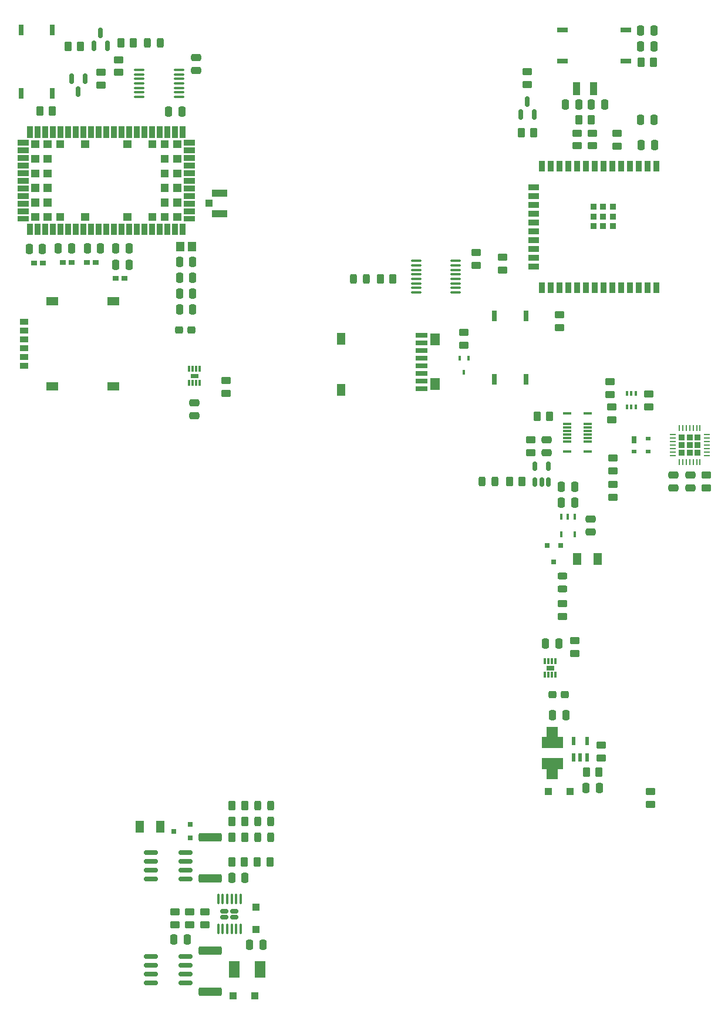
<source format=gbr>
%TF.GenerationSoftware,KiCad,Pcbnew,(6.0.11-0)*%
%TF.CreationDate,2023-04-19T14:38:12+10:00*%
%TF.ProjectId,enviro-node,656e7669-726f-42d6-9e6f-64652e6b6963,rev?*%
%TF.SameCoordinates,Original*%
%TF.FileFunction,Paste,Top*%
%TF.FilePolarity,Positive*%
%FSLAX46Y46*%
G04 Gerber Fmt 4.6, Leading zero omitted, Abs format (unit mm)*
G04 Created by KiCad (PCBNEW (6.0.11-0)) date 2023-04-19 14:38:12*
%MOMM*%
%LPD*%
G01*
G04 APERTURE LIST*
G04 Aperture macros list*
%AMRoundRect*
0 Rectangle with rounded corners*
0 $1 Rounding radius*
0 $2 $3 $4 $5 $6 $7 $8 $9 X,Y pos of 4 corners*
0 Add a 4 corners polygon primitive as box body*
4,1,4,$2,$3,$4,$5,$6,$7,$8,$9,$2,$3,0*
0 Add four circle primitives for the rounded corners*
1,1,$1+$1,$2,$3*
1,1,$1+$1,$4,$5*
1,1,$1+$1,$6,$7*
1,1,$1+$1,$8,$9*
0 Add four rect primitives between the rounded corners*
20,1,$1+$1,$2,$3,$4,$5,0*
20,1,$1+$1,$4,$5,$6,$7,0*
20,1,$1+$1,$6,$7,$8,$9,0*
20,1,$1+$1,$8,$9,$2,$3,0*%
G04 Aperture macros list end*
%ADD10C,0.010000*%
%ADD11R,1.050000X1.000000*%
%ADD12R,2.200000X1.050000*%
%ADD13R,0.901700X0.711200*%
%ADD14RoundRect,0.250000X-0.450000X0.262500X-0.450000X-0.262500X0.450000X-0.262500X0.450000X0.262500X0*%
%ADD15RoundRect,0.250000X-0.250000X-0.475000X0.250000X-0.475000X0.250000X0.475000X-0.250000X0.475000X0*%
%ADD16RoundRect,0.250000X-0.262500X-0.450000X0.262500X-0.450000X0.262500X0.450000X-0.262500X0.450000X0*%
%ADD17RoundRect,0.250000X0.262500X0.450000X-0.262500X0.450000X-0.262500X-0.450000X0.262500X-0.450000X0*%
%ADD18RoundRect,0.100000X-0.637500X-0.100000X0.637500X-0.100000X0.637500X0.100000X-0.637500X0.100000X0*%
%ADD19RoundRect,0.150000X-0.825000X-0.150000X0.825000X-0.150000X0.825000X0.150000X-0.825000X0.150000X0*%
%ADD20R,0.450000X0.700000*%
%ADD21RoundRect,0.250000X0.475000X-0.250000X0.475000X0.250000X-0.475000X0.250000X-0.475000X-0.250000X0*%
%ADD22RoundRect,0.250000X0.250000X0.475000X-0.250000X0.475000X-0.250000X-0.475000X0.250000X-0.475000X0*%
%ADD23R,1.090000X1.080000*%
%ADD24RoundRect,0.250000X0.450000X-0.262500X0.450000X0.262500X-0.450000X0.262500X-0.450000X-0.262500X0*%
%ADD25R,0.900000X1.500000*%
%ADD26R,1.500000X0.900000*%
%ADD27R,0.900000X0.900000*%
%ADD28R,0.800000X0.800000*%
%ADD29R,1.170000X1.800000*%
%ADD30R,1.800000X0.800000*%
%ADD31R,1.200000X1.800000*%
%ADD32R,1.400000X1.800000*%
%ADD33RoundRect,0.250000X-0.312500X-0.275000X0.312500X-0.275000X0.312500X0.275000X-0.312500X0.275000X0*%
%ADD34R,1.200000X0.900000*%
%ADD35R,1.800000X1.300000*%
%ADD36RoundRect,0.243750X-0.456250X0.243750X-0.456250X-0.243750X0.456250X-0.243750X0.456250X0.243750X0*%
%ADD37RoundRect,0.250000X-1.425000X0.362500X-1.425000X-0.362500X1.425000X-0.362500X1.425000X0.362500X0*%
%ADD38RoundRect,0.243750X-0.243750X-0.456250X0.243750X-0.456250X0.243750X0.456250X-0.243750X0.456250X0*%
%ADD39RoundRect,0.243750X0.243750X0.456250X-0.243750X0.456250X-0.243750X-0.456250X0.243750X-0.456250X0*%
%ADD40RoundRect,0.167500X-0.407500X0.167500X-0.407500X-0.167500X0.407500X-0.167500X0.407500X0.167500X0*%
%ADD41RoundRect,0.100000X-0.100000X0.625000X-0.100000X-0.625000X0.100000X-0.625000X0.100000X0.625000X0*%
%ADD42RoundRect,0.250000X0.312500X0.275000X-0.312500X0.275000X-0.312500X-0.275000X0.312500X-0.275000X0*%
%ADD43R,1.150000X0.300000*%
%ADD44RoundRect,0.150000X0.150000X-0.587500X0.150000X0.587500X-0.150000X0.587500X-0.150000X-0.587500X0*%
%ADD45RoundRect,0.150000X0.150000X-0.512500X0.150000X0.512500X-0.150000X0.512500X-0.150000X-0.512500X0*%
%ADD46R,0.771200X1.538199*%
%ADD47RoundRect,0.041300X0.253700X-0.578700X0.253700X0.578700X-0.253700X0.578700X-0.253700X-0.578700X0*%
%ADD48R,1.092200X1.905000*%
%ADD49RoundRect,0.011200X-0.128800X0.358800X-0.128800X-0.358800X0.128800X-0.358800X0.128800X0.358800X0*%
%ADD50R,0.400000X0.650000*%
%ADD51R,1.200000X1.470000*%
%ADD52R,1.080000X1.090000*%
%ADD53R,0.431800X0.927100*%
%ADD54R,0.700000X1.000000*%
%ADD55R,0.700000X0.600000*%
%ADD56R,1.538199X0.771200*%
%ADD57R,1.500000X2.400000*%
%ADD58RoundRect,0.225000X-0.225000X-0.225000X0.225000X-0.225000X0.225000X0.225000X-0.225000X0.225000X0*%
%ADD59RoundRect,0.062500X-0.337500X-0.062500X0.337500X-0.062500X0.337500X0.062500X-0.337500X0.062500X0*%
%ADD60RoundRect,0.062500X-0.062500X-0.337500X0.062500X-0.337500X0.062500X0.337500X-0.062500X0.337500X0*%
%ADD61RoundRect,0.150000X-0.150000X0.587500X-0.150000X-0.587500X0.150000X-0.587500X0.150000X0.587500X0*%
%ADD62RoundRect,0.011200X0.128800X-0.358800X0.128800X0.358800X-0.128800X0.358800X-0.128800X-0.358800X0*%
G04 APERTURE END LIST*
%TO.C,U12*%
G36*
X47183556Y-57606110D02*
G01*
X46433556Y-57606110D01*
X46433556Y-56056110D01*
X47183556Y-56056110D01*
X47183556Y-57606110D01*
G37*
D10*
X47183556Y-57606110D02*
X46433556Y-57606110D01*
X46433556Y-56056110D01*
X47183556Y-56056110D01*
X47183556Y-57606110D01*
G36*
X38883556Y-46906110D02*
G01*
X37333556Y-46906110D01*
X37333556Y-46156110D01*
X38883556Y-46156110D01*
X38883556Y-46906110D01*
G37*
X38883556Y-46906110D02*
X37333556Y-46906110D01*
X37333556Y-46156110D01*
X38883556Y-46156110D01*
X38883556Y-46906110D01*
G36*
X38883556Y-44706110D02*
G01*
X37333556Y-44706110D01*
X37333556Y-43956110D01*
X38883556Y-43956110D01*
X38883556Y-44706110D01*
G37*
X38883556Y-44706110D02*
X37333556Y-44706110D01*
X37333556Y-43956110D01*
X38883556Y-43956110D01*
X38883556Y-44706110D01*
G36*
X60383556Y-57606110D02*
G01*
X59633556Y-57606110D01*
X59633556Y-56056110D01*
X60383556Y-56056110D01*
X60383556Y-57606110D01*
G37*
X60383556Y-57606110D02*
X59633556Y-57606110D01*
X59633556Y-56056110D01*
X60383556Y-56056110D01*
X60383556Y-57606110D01*
G36*
X42183556Y-45106110D02*
G01*
X41133556Y-45106110D01*
X41133556Y-44056110D01*
X42183556Y-44056110D01*
X42183556Y-45106110D01*
G37*
X42183556Y-45106110D02*
X41133556Y-45106110D01*
X41133556Y-44056110D01*
X42183556Y-44056110D01*
X42183556Y-45106110D01*
G36*
X62883556Y-46906110D02*
G01*
X61333556Y-46906110D01*
X61333556Y-46156110D01*
X62883556Y-46156110D01*
X62883556Y-46906110D01*
G37*
X62883556Y-46906110D02*
X61333556Y-46906110D01*
X61333556Y-46156110D01*
X62883556Y-46156110D01*
X62883556Y-46906110D01*
G36*
X42183556Y-49306110D02*
G01*
X41133556Y-49306110D01*
X41133556Y-48256110D01*
X42183556Y-48256110D01*
X42183556Y-49306110D01*
G37*
X42183556Y-49306110D02*
X41133556Y-49306110D01*
X41133556Y-48256110D01*
X42183556Y-48256110D01*
X42183556Y-49306110D01*
G36*
X38883556Y-53506110D02*
G01*
X37333556Y-53506110D01*
X37333556Y-52756110D01*
X38883556Y-52756110D01*
X38883556Y-53506110D01*
G37*
X38883556Y-53506110D02*
X37333556Y-53506110D01*
X37333556Y-52756110D01*
X38883556Y-52756110D01*
X38883556Y-53506110D01*
G36*
X47583556Y-45106110D02*
G01*
X46533556Y-45106110D01*
X46533556Y-44056110D01*
X47583556Y-44056110D01*
X47583556Y-45106110D01*
G37*
X47583556Y-45106110D02*
X46533556Y-45106110D01*
X46533556Y-44056110D01*
X47583556Y-44056110D01*
X47583556Y-45106110D01*
G36*
X57283556Y-45106110D02*
G01*
X56233556Y-45106110D01*
X56233556Y-44056110D01*
X57283556Y-44056110D01*
X57283556Y-45106110D01*
G37*
X57283556Y-45106110D02*
X56233556Y-45106110D01*
X56233556Y-44056110D01*
X57283556Y-44056110D01*
X57283556Y-45106110D01*
G36*
X44983556Y-43606110D02*
G01*
X44233556Y-43606110D01*
X44233556Y-42056110D01*
X44983556Y-42056110D01*
X44983556Y-43606110D01*
G37*
X44983556Y-43606110D02*
X44233556Y-43606110D01*
X44233556Y-42056110D01*
X44983556Y-42056110D01*
X44983556Y-43606110D01*
G36*
X38883556Y-54606110D02*
G01*
X37333556Y-54606110D01*
X37333556Y-53856110D01*
X38883556Y-53856110D01*
X38883556Y-54606110D01*
G37*
X38883556Y-54606110D02*
X37333556Y-54606110D01*
X37333556Y-53856110D01*
X38883556Y-53856110D01*
X38883556Y-54606110D01*
G36*
X42783556Y-43606110D02*
G01*
X42033556Y-43606110D01*
X42033556Y-42056110D01*
X42783556Y-42056110D01*
X42783556Y-43606110D01*
G37*
X42783556Y-43606110D02*
X42033556Y-43606110D01*
X42033556Y-42056110D01*
X42783556Y-42056110D01*
X42783556Y-43606110D01*
G36*
X62883556Y-51306110D02*
G01*
X61333556Y-51306110D01*
X61333556Y-50556110D01*
X62883556Y-50556110D01*
X62883556Y-51306110D01*
G37*
X62883556Y-51306110D02*
X61333556Y-51306110D01*
X61333556Y-50556110D01*
X62883556Y-50556110D01*
X62883556Y-51306110D01*
G36*
X59083556Y-51406110D02*
G01*
X58033556Y-51406110D01*
X58033556Y-50356110D01*
X59083556Y-50356110D01*
X59083556Y-51406110D01*
G37*
X59083556Y-51406110D02*
X58033556Y-51406110D01*
X58033556Y-50356110D01*
X59083556Y-50356110D01*
X59083556Y-51406110D01*
G36*
X62883556Y-45806110D02*
G01*
X61333556Y-45806110D01*
X61333556Y-45056110D01*
X62883556Y-45056110D01*
X62883556Y-45806110D01*
G37*
X62883556Y-45806110D02*
X61333556Y-45806110D01*
X61333556Y-45056110D01*
X62883556Y-45056110D01*
X62883556Y-45806110D01*
G36*
X57083556Y-43606110D02*
G01*
X56333556Y-43606110D01*
X56333556Y-42056110D01*
X57083556Y-42056110D01*
X57083556Y-43606110D01*
G37*
X57083556Y-43606110D02*
X56333556Y-43606110D01*
X56333556Y-42056110D01*
X57083556Y-42056110D01*
X57083556Y-43606110D01*
G36*
X43883556Y-43606110D02*
G01*
X43133556Y-43606110D01*
X43133556Y-42056110D01*
X43883556Y-42056110D01*
X43883556Y-43606110D01*
G37*
X43883556Y-43606110D02*
X43133556Y-43606110D01*
X43133556Y-42056110D01*
X43883556Y-42056110D01*
X43883556Y-43606110D01*
G36*
X59283556Y-43606110D02*
G01*
X58533556Y-43606110D01*
X58533556Y-42056110D01*
X59283556Y-42056110D01*
X59283556Y-43606110D01*
G37*
X59283556Y-43606110D02*
X58533556Y-43606110D01*
X58533556Y-42056110D01*
X59283556Y-42056110D01*
X59283556Y-43606110D01*
G36*
X53783556Y-57606110D02*
G01*
X53033556Y-57606110D01*
X53033556Y-56056110D01*
X53783556Y-56056110D01*
X53783556Y-57606110D01*
G37*
X53783556Y-57606110D02*
X53033556Y-57606110D01*
X53033556Y-56056110D01*
X53783556Y-56056110D01*
X53783556Y-57606110D01*
G36*
X39483556Y-43606110D02*
G01*
X38733556Y-43606110D01*
X38733556Y-42056110D01*
X39483556Y-42056110D01*
X39483556Y-43606110D01*
G37*
X39483556Y-43606110D02*
X38733556Y-43606110D01*
X38733556Y-42056110D01*
X39483556Y-42056110D01*
X39483556Y-43606110D01*
G36*
X60883556Y-47206110D02*
G01*
X59833556Y-47206110D01*
X59833556Y-46156110D01*
X60883556Y-46156110D01*
X60883556Y-47206110D01*
G37*
X60883556Y-47206110D02*
X59833556Y-47206110D01*
X59833556Y-46156110D01*
X60883556Y-46156110D01*
X60883556Y-47206110D01*
G36*
X40583556Y-57606110D02*
G01*
X39833556Y-57606110D01*
X39833556Y-56056110D01*
X40583556Y-56056110D01*
X40583556Y-57606110D01*
G37*
X40583556Y-57606110D02*
X39833556Y-57606110D01*
X39833556Y-56056110D01*
X40583556Y-56056110D01*
X40583556Y-57606110D01*
G36*
X62883556Y-55706110D02*
G01*
X61333556Y-55706110D01*
X61333556Y-54956110D01*
X62883556Y-54956110D01*
X62883556Y-55706110D01*
G37*
X62883556Y-55706110D02*
X61333556Y-55706110D01*
X61333556Y-54956110D01*
X62883556Y-54956110D01*
X62883556Y-55706110D01*
G36*
X53683556Y-55606110D02*
G01*
X52633556Y-55606110D01*
X52633556Y-54556110D01*
X53683556Y-54556110D01*
X53683556Y-55606110D01*
G37*
X53683556Y-55606110D02*
X52633556Y-55606110D01*
X52633556Y-54556110D01*
X53683556Y-54556110D01*
X53683556Y-55606110D01*
G36*
X43883556Y-57606110D02*
G01*
X43133556Y-57606110D01*
X43133556Y-56056110D01*
X43883556Y-56056110D01*
X43883556Y-57606110D01*
G37*
X43883556Y-57606110D02*
X43133556Y-57606110D01*
X43133556Y-56056110D01*
X43883556Y-56056110D01*
X43883556Y-57606110D01*
G36*
X38883556Y-52406110D02*
G01*
X37333556Y-52406110D01*
X37333556Y-51656110D01*
X38883556Y-51656110D01*
X38883556Y-52406110D01*
G37*
X38883556Y-52406110D02*
X37333556Y-52406110D01*
X37333556Y-51656110D01*
X38883556Y-51656110D01*
X38883556Y-52406110D01*
G36*
X53783556Y-43606110D02*
G01*
X53033556Y-43606110D01*
X53033556Y-42056110D01*
X53783556Y-42056110D01*
X53783556Y-43606110D01*
G37*
X53783556Y-43606110D02*
X53033556Y-43606110D01*
X53033556Y-42056110D01*
X53783556Y-42056110D01*
X53783556Y-43606110D01*
G36*
X38883556Y-49106110D02*
G01*
X37333556Y-49106110D01*
X37333556Y-48356110D01*
X38883556Y-48356110D01*
X38883556Y-49106110D01*
G37*
X38883556Y-49106110D02*
X37333556Y-49106110D01*
X37333556Y-48356110D01*
X38883556Y-48356110D01*
X38883556Y-49106110D01*
G36*
X40383556Y-49306110D02*
G01*
X39333556Y-49306110D01*
X39333556Y-48256110D01*
X40383556Y-48256110D01*
X40383556Y-49306110D01*
G37*
X40383556Y-49306110D02*
X39333556Y-49306110D01*
X39333556Y-48256110D01*
X40383556Y-48256110D01*
X40383556Y-49306110D01*
G36*
X49383556Y-43606110D02*
G01*
X48633556Y-43606110D01*
X48633556Y-42056110D01*
X49383556Y-42056110D01*
X49383556Y-43606110D01*
G37*
X49383556Y-43606110D02*
X48633556Y-43606110D01*
X48633556Y-42056110D01*
X49383556Y-42056110D01*
X49383556Y-43606110D01*
G36*
X60883556Y-51406110D02*
G01*
X59833556Y-51406110D01*
X59833556Y-50356110D01*
X60883556Y-50356110D01*
X60883556Y-51406110D01*
G37*
X60883556Y-51406110D02*
X59833556Y-51406110D01*
X59833556Y-50356110D01*
X60883556Y-50356110D01*
X60883556Y-51406110D01*
G36*
X62883556Y-53506110D02*
G01*
X61333556Y-53506110D01*
X61333556Y-52756110D01*
X62883556Y-52756110D01*
X62883556Y-53506110D01*
G37*
X62883556Y-53506110D02*
X61333556Y-53506110D01*
X61333556Y-52756110D01*
X62883556Y-52756110D01*
X62883556Y-53506110D01*
G36*
X60883556Y-55606110D02*
G01*
X59833556Y-55606110D01*
X59833556Y-54556110D01*
X60883556Y-54556110D01*
X60883556Y-55606110D01*
G37*
X60883556Y-55606110D02*
X59833556Y-55606110D01*
X59833556Y-54556110D01*
X60883556Y-54556110D01*
X60883556Y-55606110D01*
G36*
X38883556Y-50206110D02*
G01*
X37333556Y-50206110D01*
X37333556Y-49456110D01*
X38883556Y-49456110D01*
X38883556Y-50206110D01*
G37*
X38883556Y-50206110D02*
X37333556Y-50206110D01*
X37333556Y-49456110D01*
X38883556Y-49456110D01*
X38883556Y-50206110D01*
G36*
X42783556Y-57606110D02*
G01*
X42033556Y-57606110D01*
X42033556Y-56056110D01*
X42783556Y-56056110D01*
X42783556Y-57606110D01*
G37*
X42783556Y-57606110D02*
X42033556Y-57606110D01*
X42033556Y-56056110D01*
X42783556Y-56056110D01*
X42783556Y-57606110D01*
G36*
X59083556Y-47206110D02*
G01*
X58033556Y-47206110D01*
X58033556Y-46156110D01*
X59083556Y-46156110D01*
X59083556Y-47206110D01*
G37*
X59083556Y-47206110D02*
X58033556Y-47206110D01*
X58033556Y-46156110D01*
X59083556Y-46156110D01*
X59083556Y-47206110D01*
G36*
X62883556Y-44706110D02*
G01*
X61333556Y-44706110D01*
X61333556Y-43956110D01*
X62883556Y-43956110D01*
X62883556Y-44706110D01*
G37*
X62883556Y-44706110D02*
X61333556Y-44706110D01*
X61333556Y-43956110D01*
X62883556Y-43956110D01*
X62883556Y-44706110D01*
G36*
X40383556Y-47206110D02*
G01*
X39333556Y-47206110D01*
X39333556Y-46156110D01*
X40383556Y-46156110D01*
X40383556Y-47206110D01*
G37*
X40383556Y-47206110D02*
X39333556Y-47206110D01*
X39333556Y-46156110D01*
X40383556Y-46156110D01*
X40383556Y-47206110D01*
G36*
X62883556Y-48006110D02*
G01*
X61333556Y-48006110D01*
X61333556Y-47256110D01*
X62883556Y-47256110D01*
X62883556Y-48006110D01*
G37*
X62883556Y-48006110D02*
X61333556Y-48006110D01*
X61333556Y-47256110D01*
X62883556Y-47256110D01*
X62883556Y-48006110D01*
G36*
X46083556Y-57606110D02*
G01*
X45333556Y-57606110D01*
X45333556Y-56056110D01*
X46083556Y-56056110D01*
X46083556Y-57606110D01*
G37*
X46083556Y-57606110D02*
X45333556Y-57606110D01*
X45333556Y-56056110D01*
X46083556Y-56056110D01*
X46083556Y-57606110D01*
G36*
X60883556Y-45106110D02*
G01*
X59833556Y-45106110D01*
X59833556Y-44056110D01*
X60883556Y-44056110D01*
X60883556Y-45106110D01*
G37*
X60883556Y-45106110D02*
X59833556Y-45106110D01*
X59833556Y-44056110D01*
X60883556Y-44056110D01*
X60883556Y-45106110D01*
G36*
X60883556Y-49306110D02*
G01*
X59833556Y-49306110D01*
X59833556Y-48256110D01*
X60883556Y-48256110D01*
X60883556Y-49306110D01*
G37*
X60883556Y-49306110D02*
X59833556Y-49306110D01*
X59833556Y-48256110D01*
X60883556Y-48256110D01*
X60883556Y-49306110D01*
G36*
X38883556Y-48006110D02*
G01*
X37333556Y-48006110D01*
X37333556Y-47256110D01*
X38883556Y-47256110D01*
X38883556Y-48006110D01*
G37*
X38883556Y-48006110D02*
X37333556Y-48006110D01*
X37333556Y-47256110D01*
X38883556Y-47256110D01*
X38883556Y-48006110D01*
G36*
X40383556Y-51406110D02*
G01*
X39333556Y-51406110D01*
X39333556Y-50356110D01*
X40383556Y-50356110D01*
X40383556Y-51406110D01*
G37*
X40383556Y-51406110D02*
X39333556Y-51406110D01*
X39333556Y-50356110D01*
X40383556Y-50356110D01*
X40383556Y-51406110D01*
G36*
X62883556Y-49106110D02*
G01*
X61333556Y-49106110D01*
X61333556Y-48356110D01*
X62883556Y-48356110D01*
X62883556Y-49106110D01*
G37*
X62883556Y-49106110D02*
X61333556Y-49106110D01*
X61333556Y-48356110D01*
X62883556Y-48356110D01*
X62883556Y-49106110D01*
G36*
X42183556Y-55606110D02*
G01*
X41133556Y-55606110D01*
X41133556Y-54556110D01*
X42183556Y-54556110D01*
X42183556Y-55606110D01*
G37*
X42183556Y-55606110D02*
X41133556Y-55606110D01*
X41133556Y-54556110D01*
X42183556Y-54556110D01*
X42183556Y-55606110D01*
G36*
X62883556Y-54606110D02*
G01*
X61333556Y-54606110D01*
X61333556Y-53856110D01*
X62883556Y-53856110D01*
X62883556Y-54606110D01*
G37*
X62883556Y-54606110D02*
X61333556Y-54606110D01*
X61333556Y-53856110D01*
X62883556Y-53856110D01*
X62883556Y-54606110D01*
G36*
X50483556Y-43606110D02*
G01*
X49733556Y-43606110D01*
X49733556Y-42056110D01*
X50483556Y-42056110D01*
X50483556Y-43606110D01*
G37*
X50483556Y-43606110D02*
X49733556Y-43606110D01*
X49733556Y-42056110D01*
X50483556Y-42056110D01*
X50483556Y-43606110D01*
G36*
X52683556Y-57606110D02*
G01*
X51933556Y-57606110D01*
X51933556Y-56056110D01*
X52683556Y-56056110D01*
X52683556Y-57606110D01*
G37*
X52683556Y-57606110D02*
X51933556Y-57606110D01*
X51933556Y-56056110D01*
X52683556Y-56056110D01*
X52683556Y-57606110D01*
G36*
X54883556Y-57606110D02*
G01*
X54133556Y-57606110D01*
X54133556Y-56056110D01*
X54883556Y-56056110D01*
X54883556Y-57606110D01*
G37*
X54883556Y-57606110D02*
X54133556Y-57606110D01*
X54133556Y-56056110D01*
X54883556Y-56056110D01*
X54883556Y-57606110D01*
G36*
X40583556Y-43606110D02*
G01*
X39833556Y-43606110D01*
X39833556Y-42056110D01*
X40583556Y-42056110D01*
X40583556Y-43606110D01*
G37*
X40583556Y-43606110D02*
X39833556Y-43606110D01*
X39833556Y-42056110D01*
X40583556Y-42056110D01*
X40583556Y-43606110D01*
G36*
X41683556Y-57606110D02*
G01*
X40933556Y-57606110D01*
X40933556Y-56056110D01*
X41683556Y-56056110D01*
X41683556Y-57606110D01*
G37*
X41683556Y-57606110D02*
X40933556Y-57606110D01*
X40933556Y-56056110D01*
X41683556Y-56056110D01*
X41683556Y-57606110D01*
G36*
X60883556Y-53506110D02*
G01*
X59833556Y-53506110D01*
X59833556Y-52456110D01*
X60883556Y-52456110D01*
X60883556Y-53506110D01*
G37*
X60883556Y-53506110D02*
X59833556Y-53506110D01*
X59833556Y-52456110D01*
X60883556Y-52456110D01*
X60883556Y-53506110D01*
G36*
X38883556Y-51306110D02*
G01*
X37333556Y-51306110D01*
X37333556Y-50556110D01*
X38883556Y-50556110D01*
X38883556Y-51306110D01*
G37*
X38883556Y-51306110D02*
X37333556Y-51306110D01*
X37333556Y-50556110D01*
X38883556Y-50556110D01*
X38883556Y-51306110D01*
G36*
X42183556Y-51406110D02*
G01*
X41133556Y-51406110D01*
X41133556Y-50356110D01*
X42183556Y-50356110D01*
X42183556Y-51406110D01*
G37*
X42183556Y-51406110D02*
X41133556Y-51406110D01*
X41133556Y-50356110D01*
X42183556Y-50356110D01*
X42183556Y-51406110D01*
G36*
X62883556Y-50206110D02*
G01*
X61333556Y-50206110D01*
X61333556Y-49456110D01*
X62883556Y-49456110D01*
X62883556Y-50206110D01*
G37*
X62883556Y-50206110D02*
X61333556Y-50206110D01*
X61333556Y-49456110D01*
X62883556Y-49456110D01*
X62883556Y-50206110D01*
G36*
X61483556Y-57606110D02*
G01*
X60733556Y-57606110D01*
X60733556Y-56056110D01*
X61483556Y-56056110D01*
X61483556Y-57606110D01*
G37*
X61483556Y-57606110D02*
X60733556Y-57606110D01*
X60733556Y-56056110D01*
X61483556Y-56056110D01*
X61483556Y-57606110D01*
G36*
X42183556Y-47206110D02*
G01*
X41133556Y-47206110D01*
X41133556Y-46156110D01*
X42183556Y-46156110D01*
X42183556Y-47206110D01*
G37*
X42183556Y-47206110D02*
X41133556Y-47206110D01*
X41133556Y-46156110D01*
X42183556Y-46156110D01*
X42183556Y-47206110D01*
G36*
X62883556Y-52406110D02*
G01*
X61333556Y-52406110D01*
X61333556Y-51656110D01*
X62883556Y-51656110D01*
X62883556Y-52406110D01*
G37*
X62883556Y-52406110D02*
X61333556Y-52406110D01*
X61333556Y-51656110D01*
X62883556Y-51656110D01*
X62883556Y-52406110D01*
G36*
X59083556Y-45106110D02*
G01*
X58033556Y-45106110D01*
X58033556Y-44056110D01*
X59083556Y-44056110D01*
X59083556Y-45106110D01*
G37*
X59083556Y-45106110D02*
X58033556Y-45106110D01*
X58033556Y-44056110D01*
X59083556Y-44056110D01*
X59083556Y-45106110D01*
G36*
X40383556Y-53506110D02*
G01*
X39333556Y-53506110D01*
X39333556Y-52456110D01*
X40383556Y-52456110D01*
X40383556Y-53506110D01*
G37*
X40383556Y-53506110D02*
X39333556Y-53506110D01*
X39333556Y-52456110D01*
X40383556Y-52456110D01*
X40383556Y-53506110D01*
G36*
X59083556Y-49306110D02*
G01*
X58033556Y-49306110D01*
X58033556Y-48256110D01*
X59083556Y-48256110D01*
X59083556Y-49306110D01*
G37*
X59083556Y-49306110D02*
X58033556Y-49306110D01*
X58033556Y-48256110D01*
X59083556Y-48256110D01*
X59083556Y-49306110D01*
G36*
X41683556Y-43606110D02*
G01*
X40933556Y-43606110D01*
X40933556Y-42056110D01*
X41683556Y-42056110D01*
X41683556Y-43606110D01*
G37*
X41683556Y-43606110D02*
X40933556Y-43606110D01*
X40933556Y-42056110D01*
X41683556Y-42056110D01*
X41683556Y-43606110D01*
G36*
X59283556Y-57606110D02*
G01*
X58533556Y-57606110D01*
X58533556Y-56056110D01*
X59283556Y-56056110D01*
X59283556Y-57606110D01*
G37*
X59283556Y-57606110D02*
X58533556Y-57606110D01*
X58533556Y-56056110D01*
X59283556Y-56056110D01*
X59283556Y-57606110D01*
G36*
X60383556Y-43606110D02*
G01*
X59633556Y-43606110D01*
X59633556Y-42056110D01*
X60383556Y-42056110D01*
X60383556Y-43606110D01*
G37*
X60383556Y-43606110D02*
X59633556Y-43606110D01*
X59633556Y-42056110D01*
X60383556Y-42056110D01*
X60383556Y-43606110D01*
G36*
X43983556Y-45106110D02*
G01*
X42933556Y-45106110D01*
X42933556Y-44056110D01*
X43983556Y-44056110D01*
X43983556Y-45106110D01*
G37*
X43983556Y-45106110D02*
X42933556Y-45106110D01*
X42933556Y-44056110D01*
X43983556Y-44056110D01*
X43983556Y-45106110D01*
G36*
X46083556Y-43606110D02*
G01*
X45333556Y-43606110D01*
X45333556Y-42056110D01*
X46083556Y-42056110D01*
X46083556Y-43606110D01*
G37*
X46083556Y-43606110D02*
X45333556Y-43606110D01*
X45333556Y-42056110D01*
X46083556Y-42056110D01*
X46083556Y-43606110D01*
G36*
X42183556Y-53506110D02*
G01*
X41133556Y-53506110D01*
X41133556Y-52456110D01*
X42183556Y-52456110D01*
X42183556Y-53506110D01*
G37*
X42183556Y-53506110D02*
X41133556Y-53506110D01*
X41133556Y-52456110D01*
X42183556Y-52456110D01*
X42183556Y-53506110D01*
G36*
X39483556Y-57606110D02*
G01*
X38733556Y-57606110D01*
X38733556Y-56056110D01*
X39483556Y-56056110D01*
X39483556Y-57606110D01*
G37*
X39483556Y-57606110D02*
X38733556Y-57606110D01*
X38733556Y-56056110D01*
X39483556Y-56056110D01*
X39483556Y-57606110D01*
G36*
X58183556Y-43606110D02*
G01*
X57433556Y-43606110D01*
X57433556Y-42056110D01*
X58183556Y-42056110D01*
X58183556Y-43606110D01*
G37*
X58183556Y-43606110D02*
X57433556Y-43606110D01*
X57433556Y-42056110D01*
X58183556Y-42056110D01*
X58183556Y-43606110D01*
G36*
X55983556Y-43606110D02*
G01*
X55233556Y-43606110D01*
X55233556Y-42056110D01*
X55983556Y-42056110D01*
X55983556Y-43606110D01*
G37*
X55983556Y-43606110D02*
X55233556Y-43606110D01*
X55233556Y-42056110D01*
X55983556Y-42056110D01*
X55983556Y-43606110D01*
G36*
X59083556Y-55606110D02*
G01*
X58033556Y-55606110D01*
X58033556Y-54556110D01*
X59083556Y-54556110D01*
X59083556Y-55606110D01*
G37*
X59083556Y-55606110D02*
X58033556Y-55606110D01*
X58033556Y-54556110D01*
X59083556Y-54556110D01*
X59083556Y-55606110D01*
G36*
X61483556Y-43606110D02*
G01*
X60733556Y-43606110D01*
X60733556Y-42056110D01*
X61483556Y-42056110D01*
X61483556Y-43606110D01*
G37*
X61483556Y-43606110D02*
X60733556Y-43606110D01*
X60733556Y-42056110D01*
X61483556Y-42056110D01*
X61483556Y-43606110D01*
G36*
X47583556Y-55606110D02*
G01*
X46533556Y-55606110D01*
X46533556Y-54556110D01*
X47583556Y-54556110D01*
X47583556Y-55606110D01*
G37*
X47583556Y-55606110D02*
X46533556Y-55606110D01*
X46533556Y-54556110D01*
X47583556Y-54556110D01*
X47583556Y-55606110D01*
G36*
X51583556Y-43606110D02*
G01*
X50833556Y-43606110D01*
X50833556Y-42056110D01*
X51583556Y-42056110D01*
X51583556Y-43606110D01*
G37*
X51583556Y-43606110D02*
X50833556Y-43606110D01*
X50833556Y-42056110D01*
X51583556Y-42056110D01*
X51583556Y-43606110D01*
G36*
X54883556Y-43606110D02*
G01*
X54133556Y-43606110D01*
X54133556Y-42056110D01*
X54883556Y-42056110D01*
X54883556Y-43606110D01*
G37*
X54883556Y-43606110D02*
X54133556Y-43606110D01*
X54133556Y-42056110D01*
X54883556Y-42056110D01*
X54883556Y-43606110D01*
G36*
X44983556Y-57606110D02*
G01*
X44233556Y-57606110D01*
X44233556Y-56056110D01*
X44983556Y-56056110D01*
X44983556Y-57606110D01*
G37*
X44983556Y-57606110D02*
X44233556Y-57606110D01*
X44233556Y-56056110D01*
X44983556Y-56056110D01*
X44983556Y-57606110D01*
G36*
X51583556Y-57606110D02*
G01*
X50833556Y-57606110D01*
X50833556Y-56056110D01*
X51583556Y-56056110D01*
X51583556Y-57606110D01*
G37*
X51583556Y-57606110D02*
X50833556Y-57606110D01*
X50833556Y-56056110D01*
X51583556Y-56056110D01*
X51583556Y-57606110D01*
G36*
X48283556Y-43606110D02*
G01*
X47533556Y-43606110D01*
X47533556Y-42056110D01*
X48283556Y-42056110D01*
X48283556Y-43606110D01*
G37*
X48283556Y-43606110D02*
X47533556Y-43606110D01*
X47533556Y-42056110D01*
X48283556Y-42056110D01*
X48283556Y-43606110D01*
G36*
X40383556Y-55606110D02*
G01*
X39333556Y-55606110D01*
X39333556Y-54556110D01*
X40383556Y-54556110D01*
X40383556Y-55606110D01*
G37*
X40383556Y-55606110D02*
X39333556Y-55606110D01*
X39333556Y-54556110D01*
X40383556Y-54556110D01*
X40383556Y-55606110D01*
G36*
X40383556Y-45106110D02*
G01*
X39333556Y-45106110D01*
X39333556Y-44056110D01*
X40383556Y-44056110D01*
X40383556Y-45106110D01*
G37*
X40383556Y-45106110D02*
X39333556Y-45106110D01*
X39333556Y-44056110D01*
X40383556Y-44056110D01*
X40383556Y-45106110D01*
G36*
X53683556Y-45106110D02*
G01*
X52633556Y-45106110D01*
X52633556Y-44056110D01*
X53683556Y-44056110D01*
X53683556Y-45106110D01*
G37*
X53683556Y-45106110D02*
X52633556Y-45106110D01*
X52633556Y-44056110D01*
X53683556Y-44056110D01*
X53683556Y-45106110D01*
G36*
X38883556Y-55706110D02*
G01*
X37333556Y-55706110D01*
X37333556Y-54956110D01*
X38883556Y-54956110D01*
X38883556Y-55706110D01*
G37*
X38883556Y-55706110D02*
X37333556Y-55706110D01*
X37333556Y-54956110D01*
X38883556Y-54956110D01*
X38883556Y-55706110D01*
G36*
X38883556Y-45806110D02*
G01*
X37333556Y-45806110D01*
X37333556Y-45056110D01*
X38883556Y-45056110D01*
X38883556Y-45806110D01*
G37*
X38883556Y-45806110D02*
X37333556Y-45806110D01*
X37333556Y-45056110D01*
X38883556Y-45056110D01*
X38883556Y-45806110D01*
G36*
X49383556Y-57606110D02*
G01*
X48633556Y-57606110D01*
X48633556Y-56056110D01*
X49383556Y-56056110D01*
X49383556Y-57606110D01*
G37*
X49383556Y-57606110D02*
X48633556Y-57606110D01*
X48633556Y-56056110D01*
X49383556Y-56056110D01*
X49383556Y-57606110D01*
G36*
X52683556Y-43606110D02*
G01*
X51933556Y-43606110D01*
X51933556Y-42056110D01*
X52683556Y-42056110D01*
X52683556Y-43606110D01*
G37*
X52683556Y-43606110D02*
X51933556Y-43606110D01*
X51933556Y-42056110D01*
X52683556Y-42056110D01*
X52683556Y-43606110D01*
G36*
X50483556Y-57606110D02*
G01*
X49733556Y-57606110D01*
X49733556Y-56056110D01*
X50483556Y-56056110D01*
X50483556Y-57606110D01*
G37*
X50483556Y-57606110D02*
X49733556Y-57606110D01*
X49733556Y-56056110D01*
X50483556Y-56056110D01*
X50483556Y-57606110D01*
G36*
X57083556Y-57606110D02*
G01*
X56333556Y-57606110D01*
X56333556Y-56056110D01*
X57083556Y-56056110D01*
X57083556Y-57606110D01*
G37*
X57083556Y-57606110D02*
X56333556Y-57606110D01*
X56333556Y-56056110D01*
X57083556Y-56056110D01*
X57083556Y-57606110D01*
G36*
X48283556Y-57606110D02*
G01*
X47533556Y-57606110D01*
X47533556Y-56056110D01*
X48283556Y-56056110D01*
X48283556Y-57606110D01*
G37*
X48283556Y-57606110D02*
X47533556Y-57606110D01*
X47533556Y-56056110D01*
X48283556Y-56056110D01*
X48283556Y-57606110D01*
G36*
X43983556Y-55606110D02*
G01*
X42933556Y-55606110D01*
X42933556Y-54556110D01*
X43983556Y-54556110D01*
X43983556Y-55606110D01*
G37*
X43983556Y-55606110D02*
X42933556Y-55606110D01*
X42933556Y-54556110D01*
X43983556Y-54556110D01*
X43983556Y-55606110D01*
G36*
X55983556Y-57606110D02*
G01*
X55233556Y-57606110D01*
X55233556Y-56056110D01*
X55983556Y-56056110D01*
X55983556Y-57606110D01*
G37*
X55983556Y-57606110D02*
X55233556Y-57606110D01*
X55233556Y-56056110D01*
X55983556Y-56056110D01*
X55983556Y-57606110D01*
G36*
X59083556Y-53506110D02*
G01*
X58033556Y-53506110D01*
X58033556Y-52456110D01*
X59083556Y-52456110D01*
X59083556Y-53506110D01*
G37*
X59083556Y-53506110D02*
X58033556Y-53506110D01*
X58033556Y-52456110D01*
X59083556Y-52456110D01*
X59083556Y-53506110D01*
G36*
X58183556Y-57606110D02*
G01*
X57433556Y-57606110D01*
X57433556Y-56056110D01*
X58183556Y-56056110D01*
X58183556Y-57606110D01*
G37*
X58183556Y-57606110D02*
X57433556Y-57606110D01*
X57433556Y-56056110D01*
X58183556Y-56056110D01*
X58183556Y-57606110D01*
G36*
X47183556Y-43606110D02*
G01*
X46433556Y-43606110D01*
X46433556Y-42056110D01*
X47183556Y-42056110D01*
X47183556Y-43606110D01*
G37*
X47183556Y-43606110D02*
X46433556Y-43606110D01*
X46433556Y-42056110D01*
X47183556Y-42056110D01*
X47183556Y-43606110D01*
G36*
X57283556Y-55606110D02*
G01*
X56233556Y-55606110D01*
X56233556Y-54556110D01*
X57283556Y-54556110D01*
X57283556Y-55606110D01*
G37*
X57283556Y-55606110D02*
X56233556Y-55606110D01*
X56233556Y-54556110D01*
X57283556Y-54556110D01*
X57283556Y-55606110D01*
%TO.C,U6*%
G36*
X114694556Y-120396610D02*
G01*
X113674556Y-120396610D01*
X113674556Y-119836610D01*
X114694556Y-119836610D01*
X114694556Y-120396610D01*
G37*
X114694556Y-120396610D02*
X113674556Y-120396610D01*
X113674556Y-119836610D01*
X114694556Y-119836610D01*
X114694556Y-120396610D01*
%TO.C,L2*%
G36*
X115188556Y-130124610D02*
G01*
X115938556Y-130124610D01*
X115938556Y-131624610D01*
X112938556Y-131624610D01*
X112938556Y-130124610D01*
X113688556Y-130124610D01*
X113688556Y-128624610D01*
X115188556Y-128624610D01*
X115188556Y-130124610D01*
G37*
X115188556Y-130124610D02*
X115938556Y-130124610D01*
X115938556Y-131624610D01*
X112938556Y-131624610D01*
X112938556Y-130124610D01*
X113688556Y-130124610D01*
X113688556Y-128624610D01*
X115188556Y-128624610D01*
X115188556Y-130124610D01*
G36*
X115938556Y-134624610D02*
G01*
X115188556Y-134624610D01*
X115188556Y-136124610D01*
X113688556Y-136124610D01*
X113688556Y-134624610D01*
X112938556Y-134624610D01*
X112938556Y-133124610D01*
X115938556Y-133124610D01*
X115938556Y-134624610D01*
G37*
X115938556Y-134624610D02*
X115188556Y-134624610D01*
X115188556Y-136124610D01*
X113688556Y-136124610D01*
X113688556Y-134624610D01*
X112938556Y-134624610D01*
X112938556Y-133124610D01*
X115938556Y-133124610D01*
X115938556Y-134624610D01*
%TO.C,U11*%
G36*
X63386556Y-78298610D02*
G01*
X62366556Y-78298610D01*
X62366556Y-77738610D01*
X63386556Y-77738610D01*
X63386556Y-78298610D01*
G37*
X63386556Y-78298610D02*
X62366556Y-78298610D01*
X62366556Y-77738610D01*
X63386556Y-77738610D01*
X63386556Y-78298610D01*
%TD*%
D11*
%TO.C,J11*%
X64993556Y-53131110D03*
D12*
X66518556Y-51656110D03*
X66518556Y-54606110D03*
%TD*%
D13*
%TO.C,CR1*%
X47357906Y-61706610D03*
X48615206Y-61706610D03*
%TD*%
D14*
%TO.C,R34*%
X121550556Y-131311610D03*
X121550556Y-133136610D03*
%TD*%
%TO.C,R16*%
X103516556Y-60273610D03*
X103516556Y-62098610D03*
%TD*%
%TO.C,R29*%
X111390556Y-87266110D03*
X111390556Y-89091110D03*
%TD*%
D15*
%TO.C,C16*%
X115774556Y-94020610D03*
X117674556Y-94020610D03*
%TD*%
%TO.C,C19*%
X115774556Y-96306610D03*
X117674556Y-96306610D03*
%TD*%
D16*
%TO.C,R22*%
X68246056Y-148122610D03*
X70071056Y-148122610D03*
%TD*%
D17*
%TO.C,R11*%
X111795056Y-42966610D03*
X109970056Y-42966610D03*
%TD*%
D14*
%TO.C,R1*%
X123214556Y-89872110D03*
X123214556Y-91697110D03*
%TD*%
D18*
%TO.C,U3*%
X94837056Y-61448610D03*
X94837056Y-62098610D03*
X94837056Y-62748610D03*
X94837056Y-63398610D03*
X94837056Y-64048610D03*
X94837056Y-64698610D03*
X94837056Y-65348610D03*
X94837056Y-65998610D03*
X100562056Y-65998610D03*
X100562056Y-65348610D03*
X100562056Y-64698610D03*
X100562056Y-64048610D03*
X100562056Y-63398610D03*
X100562056Y-62748610D03*
X100562056Y-62098610D03*
X100562056Y-61448610D03*
%TD*%
D19*
%TO.C,U4*%
X56608556Y-146783610D03*
X56608556Y-148053610D03*
X56608556Y-149323610D03*
X56608556Y-150593610D03*
X61558556Y-150593610D03*
X61558556Y-149323610D03*
X61558556Y-148053610D03*
X61558556Y-146783610D03*
%TD*%
D20*
%TO.C,Q3*%
X102388556Y-75494610D03*
X101088556Y-75494610D03*
X101738556Y-77494610D03*
%TD*%
D14*
%TO.C,R17*%
X107326556Y-60923610D03*
X107326556Y-62748610D03*
%TD*%
D21*
%TO.C,C4*%
X134364556Y-94208610D03*
X134364556Y-92308610D03*
%TD*%
D22*
%TO.C,C7*%
X129138556Y-41134610D03*
X127238556Y-41134610D03*
%TD*%
D16*
%TO.C,R23*%
X71925556Y-148122610D03*
X73750556Y-148122610D03*
%TD*%
D23*
%TO.C,D6*%
X71711056Y-154675610D03*
X71711056Y-157825610D03*
%TD*%
D22*
%TO.C,C31*%
X40950056Y-59730610D03*
X39050056Y-59730610D03*
%TD*%
D14*
%TO.C,R37*%
X67448556Y-78733610D03*
X67448556Y-80558610D03*
%TD*%
D17*
%TO.C,RV1*%
X42386557Y-39818610D03*
X40561557Y-39818610D03*
%TD*%
D18*
%TO.C,U13*%
X54934056Y-33904610D03*
X54934056Y-34554610D03*
X54934056Y-35204610D03*
X54934056Y-35854610D03*
X54934056Y-36504610D03*
X54934056Y-37154610D03*
X54934056Y-37804610D03*
X60659056Y-37804610D03*
X60659056Y-37154610D03*
X60659056Y-36504610D03*
X60659056Y-35854610D03*
X60659056Y-35204610D03*
X60659056Y-34554610D03*
X60659056Y-33904610D03*
%TD*%
D16*
%TO.C,R12*%
X118282956Y-41059610D03*
X120107956Y-41059610D03*
%TD*%
D24*
%TO.C,R4*%
X136650556Y-94171110D03*
X136650556Y-92346110D03*
%TD*%
D22*
%TO.C,C30*%
X45126556Y-59674610D03*
X43226556Y-59674610D03*
%TD*%
D25*
%TO.C,U2*%
X129513000Y-47814610D03*
X128243000Y-47814610D03*
X126973000Y-47814610D03*
X125703000Y-47814610D03*
X124433000Y-47814610D03*
X123163000Y-47814610D03*
X121893000Y-47814610D03*
X120623000Y-47814610D03*
X119353000Y-47814610D03*
X118083000Y-47814610D03*
X116813000Y-47814610D03*
X115543000Y-47814610D03*
X114273000Y-47814610D03*
X113003000Y-47814610D03*
D26*
X111753000Y-50849610D03*
X111753000Y-52119610D03*
X111753000Y-53389610D03*
X111753000Y-54659610D03*
X111753000Y-55929610D03*
X111753000Y-57199610D03*
X111753000Y-58469610D03*
X111753000Y-59739610D03*
X111753000Y-61009610D03*
X111753000Y-62279610D03*
D25*
X113003000Y-65314610D03*
X114273000Y-65314610D03*
X115543000Y-65314610D03*
X116813000Y-65314610D03*
X118083000Y-65314610D03*
X119353000Y-65314610D03*
X120623000Y-65314610D03*
X121893000Y-65314610D03*
X123163000Y-65314610D03*
X124433000Y-65314610D03*
X125703000Y-65314610D03*
X126973000Y-65314610D03*
X128243000Y-65314610D03*
X129513000Y-65314610D03*
D27*
X123193000Y-53664610D03*
X123193000Y-55064610D03*
X123193000Y-56464610D03*
X121793000Y-53664610D03*
X121793000Y-55064610D03*
X121793000Y-56464610D03*
X120393000Y-53664610D03*
X120393000Y-55064610D03*
X120393000Y-56464610D03*
%TD*%
D28*
%TO.C,MOSFET2*%
X115642557Y-102478810D03*
X113742555Y-102478810D03*
X114692556Y-104866410D03*
%TD*%
D17*
%TO.C,R8*%
X129067056Y-32806610D03*
X127242056Y-32806610D03*
%TD*%
D29*
%TO.C,F2*%
X118048556Y-104434610D03*
X120988556Y-104434610D03*
%TD*%
D30*
%TO.C,J5*%
X95578556Y-72136610D03*
X95578556Y-73236610D03*
X95578556Y-74336610D03*
X95578556Y-75436610D03*
X95578556Y-76536610D03*
X95578556Y-77636610D03*
X95578556Y-78736610D03*
X95578556Y-79836610D03*
D31*
X84028556Y-72686610D03*
X84028556Y-80036610D03*
D32*
X97578556Y-72736610D03*
X97578556Y-79236610D03*
%TD*%
D33*
%TO.C,C17*%
X114477800Y-123952000D03*
X116252800Y-123952000D03*
%TD*%
D34*
%TO.C,J12*%
X38296556Y-76571610D03*
X38296556Y-74031610D03*
X38296556Y-71491610D03*
X38296556Y-75301610D03*
X38296556Y-72761610D03*
X38296556Y-70221610D03*
D35*
X42396556Y-79546610D03*
X42396556Y-67246610D03*
X51196556Y-67246610D03*
X51196556Y-79546610D03*
%TD*%
D36*
%TO.C,D10*%
X115962556Y-106863110D03*
X115962556Y-108738110D03*
%TD*%
D14*
%TO.C,R27*%
X62193556Y-155338110D03*
X62193556Y-157163110D03*
%TD*%
D15*
%TO.C,C11*%
X68228556Y-150408610D03*
X70128556Y-150408610D03*
%TD*%
D37*
%TO.C,R21*%
X65179556Y-144606110D03*
X65179556Y-150531110D03*
%TD*%
D29*
%TO.C,F1*%
X55008556Y-143042610D03*
X57948556Y-143042610D03*
%TD*%
D38*
%TO.C,D3*%
X71991056Y-139994610D03*
X73866056Y-139994610D03*
%TD*%
D22*
%TO.C,C29*%
X62608556Y-61618610D03*
X60708556Y-61618610D03*
%TD*%
%TO.C,C10*%
X129188556Y-44734610D03*
X127288556Y-44734610D03*
%TD*%
D37*
%TO.C,R30*%
X65162556Y-160908110D03*
X65162556Y-166833110D03*
%TD*%
D39*
%TO.C,D8*%
X106232056Y-93258610D03*
X104357056Y-93258610D03*
%TD*%
D15*
%TO.C,C20*%
X119330556Y-137454610D03*
X121230556Y-137454610D03*
%TD*%
D14*
%TO.C,R5*%
X122820556Y-78884110D03*
X122820556Y-80709110D03*
%TD*%
D28*
%TO.C,MOSFET1*%
X62244356Y-144627611D03*
X62244356Y-142727609D03*
X59856756Y-143677610D03*
%TD*%
D22*
%TO.C,C26*%
X62608556Y-63918610D03*
X60708556Y-63918610D03*
%TD*%
D40*
%TO.C,U5*%
X68618556Y-156049110D03*
X68618556Y-155229110D03*
X67198556Y-155229110D03*
X67198556Y-156049110D03*
D41*
X69533556Y-153489110D03*
X68883556Y-153489110D03*
X68233556Y-153489110D03*
X67583556Y-153489110D03*
X66933556Y-153489110D03*
X66283556Y-153489110D03*
X66283556Y-157789110D03*
X66933556Y-157789110D03*
X67583556Y-157789110D03*
X68233556Y-157789110D03*
X68883556Y-157789110D03*
X69533556Y-157789110D03*
%TD*%
D17*
%TO.C,R25*%
X70091056Y-142280610D03*
X68266056Y-142280610D03*
%TD*%
%TO.C,R19*%
X91500056Y-64048610D03*
X89675056Y-64048610D03*
%TD*%
D42*
%TO.C,C23*%
X62433200Y-71450200D03*
X60658200Y-71450200D03*
%TD*%
D43*
%TO.C,J1*%
X119619556Y-83462610D03*
X119619556Y-84962610D03*
X119619556Y-85462610D03*
X119619556Y-85962610D03*
X119619556Y-86462610D03*
X119619556Y-86962610D03*
X119619556Y-87462610D03*
X119619556Y-88962610D03*
X116649556Y-88962610D03*
X116649556Y-87462610D03*
X116649556Y-86962610D03*
X116649556Y-86462610D03*
X116649556Y-85962610D03*
X116649556Y-85462610D03*
X116649556Y-84962610D03*
X116649556Y-83462610D03*
%TD*%
D13*
%TO.C,CR4*%
X51487406Y-63992610D03*
X52744706Y-63992610D03*
%TD*%
D14*
%TO.C,R18*%
X101738556Y-71772110D03*
X101738556Y-73597110D03*
%TD*%
D22*
%TO.C,C8*%
X118282956Y-38909610D03*
X116382956Y-38909610D03*
%TD*%
D44*
%TO.C,Q5*%
X48382556Y-30442110D03*
X50282556Y-30442110D03*
X49332556Y-28567110D03*
%TD*%
D45*
%TO.C,U7*%
X111984556Y-93366110D03*
X112934556Y-93366110D03*
X113884556Y-93366110D03*
X113884556Y-91091110D03*
X111984556Y-91091110D03*
%TD*%
D46*
%TO.C,SW1*%
X110656057Y-69369910D03*
X106156055Y-69369910D03*
X106156055Y-78539310D03*
X110656057Y-78539310D03*
%TD*%
D16*
%TO.C,R20*%
X68266056Y-139994610D03*
X70091056Y-139994610D03*
%TD*%
D47*
%TO.C,U9*%
X117552556Y-133051610D03*
X118502556Y-133051610D03*
X119452556Y-133051610D03*
X119452556Y-130681610D03*
X117552556Y-130681610D03*
%TD*%
D48*
%TO.C,Y1*%
X117994556Y-36634610D03*
X120432956Y-36634610D03*
%TD*%
D24*
%TO.C,R15*%
X123836556Y-44895110D03*
X123836556Y-43070110D03*
%TD*%
D17*
%TO.C,R31*%
X110120556Y-93258610D03*
X108295556Y-93258610D03*
%TD*%
D24*
%TO.C,R3*%
X123074556Y-84368610D03*
X123074556Y-82543610D03*
%TD*%
D14*
%TO.C,R36*%
X51954556Y-32458610D03*
X51954556Y-34283610D03*
%TD*%
D21*
%TO.C,C22*%
X62876556Y-83794610D03*
X62876556Y-81894610D03*
%TD*%
D49*
%TO.C,U6*%
X114934556Y-119131610D03*
X114434556Y-119131610D03*
X113934556Y-119131610D03*
X113434556Y-119131610D03*
X113434556Y-121101610D03*
X113934556Y-121101610D03*
X114434556Y-121101610D03*
X114934556Y-121101610D03*
%TD*%
D38*
%TO.C,D2*%
X85815056Y-64048610D03*
X87690056Y-64048610D03*
%TD*%
D50*
%TO.C,Q1*%
X126518556Y-80587110D03*
X125868556Y-80587110D03*
X125218556Y-80587110D03*
X125218556Y-82487110D03*
X125868556Y-82487110D03*
X126518556Y-82487110D03*
%TD*%
D13*
%TO.C,CR3*%
X40995206Y-61762610D03*
X39737906Y-61762610D03*
%TD*%
D51*
%TO.C,FB1*%
X62528556Y-59418610D03*
X60808556Y-59418610D03*
%TD*%
D52*
%TO.C,D7*%
X68413556Y-167426610D03*
X71563556Y-167426610D03*
%TD*%
D53*
%TO.C,U10*%
X117674557Y-98319560D03*
X116724556Y-98319560D03*
X115774555Y-98319560D03*
X115774555Y-100897660D03*
X117674557Y-100897660D03*
%TD*%
D17*
%TO.C,R24*%
X70091056Y-144530610D03*
X68266056Y-144530610D03*
%TD*%
D54*
%TO.C,D1*%
X126278556Y-87240610D03*
D55*
X126278556Y-88940610D03*
X128278556Y-88940610D03*
X128278556Y-87040610D03*
%TD*%
D15*
%TO.C,C33*%
X51532556Y-62022610D03*
X53432556Y-62022610D03*
%TD*%
D56*
%TO.C,SW2*%
X125106556Y-32665501D03*
X125106556Y-28165499D03*
X115937156Y-28165499D03*
X115937156Y-32665501D03*
%TD*%
D57*
%TO.C,L1*%
X72346556Y-163616610D03*
X68646556Y-163616610D03*
%TD*%
D14*
%TO.C,R14*%
X110882556Y-34180110D03*
X110882556Y-36005110D03*
%TD*%
D24*
%TO.C,R41*%
X128662556Y-139787610D03*
X128662556Y-137962610D03*
%TD*%
D58*
%TO.C,U1*%
X134286556Y-87990610D03*
X133166556Y-89110610D03*
X134286556Y-86870610D03*
X134286556Y-89110610D03*
X133166556Y-87990610D03*
X133166556Y-86870610D03*
X135406556Y-87990610D03*
X135406556Y-86870610D03*
X135406556Y-89110610D03*
D59*
X131836556Y-86490610D03*
X131836556Y-86990610D03*
X131836556Y-87490610D03*
X131836556Y-87990610D03*
X131836556Y-88490610D03*
X131836556Y-88990610D03*
X131836556Y-89490610D03*
D60*
X132786556Y-90440610D03*
X133286556Y-90440610D03*
X133786556Y-90440610D03*
X134286556Y-90440610D03*
X134786556Y-90440610D03*
X135286556Y-90440610D03*
X135786556Y-90440610D03*
D59*
X136736556Y-89490610D03*
X136736556Y-88990610D03*
X136736556Y-88490610D03*
X136736556Y-87990610D03*
X136736556Y-87490610D03*
X136736556Y-86990610D03*
X136736556Y-86490610D03*
D60*
X135786556Y-85540610D03*
X135286556Y-85540610D03*
X134786556Y-85540610D03*
X134286556Y-85540610D03*
X133786556Y-85540610D03*
X133286556Y-85540610D03*
X132786556Y-85540610D03*
%TD*%
D21*
%TO.C,C34*%
X63130556Y-34010610D03*
X63130556Y-32110610D03*
%TD*%
D15*
%TO.C,C15*%
X59894556Y-159298610D03*
X61794556Y-159298610D03*
%TD*%
D17*
%TO.C,R39*%
X46435056Y-30520610D03*
X44610056Y-30520610D03*
%TD*%
D52*
%TO.C,D9*%
X113879556Y-137938610D03*
X117029556Y-137938610D03*
%TD*%
D15*
%TO.C,C27*%
X47403056Y-59674610D03*
X49303056Y-59674610D03*
%TD*%
D21*
%TO.C,C21*%
X120026556Y-100558610D03*
X120026556Y-98658610D03*
%TD*%
D17*
%TO.C,R33*%
X121193056Y-135168610D03*
X119368056Y-135168610D03*
%TD*%
D24*
%TO.C,R6*%
X128408556Y-82487110D03*
X128408556Y-80662110D03*
%TD*%
%TO.C,R13*%
X115543000Y-71057110D03*
X115543000Y-69232110D03*
%TD*%
D16*
%TO.C,R40*%
X52230056Y-30012610D03*
X54055056Y-30012610D03*
%TD*%
D22*
%TO.C,C5*%
X129124556Y-30520610D03*
X127224556Y-30520610D03*
%TD*%
%TO.C,C25*%
X62626556Y-66202810D03*
X60726556Y-66202810D03*
%TD*%
D46*
%TO.C,SW3*%
X42386557Y-28108910D03*
X37886555Y-28108910D03*
X37886555Y-37278310D03*
X42386557Y-37278310D03*
%TD*%
D15*
%TO.C,C18*%
X114504556Y-126974610D03*
X116404556Y-126974610D03*
%TD*%
D16*
%TO.C,R7*%
X112256056Y-83860610D03*
X114081056Y-83860610D03*
%TD*%
D15*
%TO.C,C6*%
X127224556Y-28234610D03*
X129124556Y-28234610D03*
%TD*%
D38*
%TO.C,D5*%
X71991056Y-142280610D03*
X73866056Y-142280610D03*
%TD*%
D24*
%TO.C,R28*%
X60034556Y-157163110D03*
X60034556Y-155338110D03*
%TD*%
D14*
%TO.C,R9*%
X120297400Y-43020500D03*
X120297400Y-44845500D03*
%TD*%
D15*
%TO.C,C9*%
X120107956Y-38909610D03*
X122007956Y-38909610D03*
%TD*%
D38*
%TO.C,D4*%
X71991056Y-144530610D03*
X73866056Y-144530610D03*
%TD*%
D14*
%TO.C,R35*%
X115962556Y-110888110D03*
X115962556Y-112713110D03*
%TD*%
D15*
%TO.C,C32*%
X51532556Y-59674610D03*
X53432556Y-59674610D03*
%TD*%
D22*
%TO.C,C24*%
X62626556Y-68463210D03*
X60726556Y-68463210D03*
%TD*%
D13*
%TO.C,CR2*%
X45171706Y-61706610D03*
X43914406Y-61706610D03*
%TD*%
D24*
%TO.C,R32*%
X117740556Y-118047110D03*
X117740556Y-116222110D03*
%TD*%
D14*
%TO.C,R26*%
X64352556Y-155338110D03*
X64352556Y-157163110D03*
%TD*%
D21*
%TO.C,C14*%
X113676556Y-89128610D03*
X113676556Y-87228610D03*
%TD*%
%TO.C,C3*%
X131964556Y-94208610D03*
X131964556Y-92308610D03*
%TD*%
D61*
%TO.C,Q4*%
X47062556Y-35171110D03*
X45162556Y-35171110D03*
X46112556Y-37046110D03*
%TD*%
D15*
%TO.C,C28*%
X59132556Y-39918610D03*
X61032556Y-39918610D03*
%TD*%
%TO.C,C13*%
X70816556Y-160060610D03*
X72716556Y-160060610D03*
%TD*%
D38*
%TO.C,D11*%
X56105056Y-30037610D03*
X57980056Y-30037610D03*
%TD*%
D14*
%TO.C,R10*%
X118072400Y-43020500D03*
X118072400Y-44845500D03*
%TD*%
D62*
%TO.C,U11*%
X62126556Y-79003610D03*
X62626556Y-79003610D03*
X63126556Y-79003610D03*
X63626556Y-79003610D03*
X63626556Y-77033610D03*
X63126556Y-77033610D03*
X62626556Y-77033610D03*
X62126556Y-77033610D03*
%TD*%
D19*
%TO.C,U8*%
X56608556Y-161711610D03*
X56608556Y-162981610D03*
X56608556Y-164251610D03*
X56608556Y-165521610D03*
X61558556Y-165521610D03*
X61558556Y-164251610D03*
X61558556Y-162981610D03*
X61558556Y-161711610D03*
%TD*%
D14*
%TO.C,R2*%
X123214556Y-93682110D03*
X123214556Y-95507110D03*
%TD*%
D24*
%TO.C,R38*%
X49414556Y-36108610D03*
X49414556Y-34283610D03*
%TD*%
D22*
%TO.C,C12*%
X115388556Y-116626610D03*
X113488556Y-116626610D03*
%TD*%
D44*
%TO.C,Q2*%
X109932556Y-40348110D03*
X111832556Y-40348110D03*
X110882556Y-38473110D03*
%TD*%
M02*

</source>
